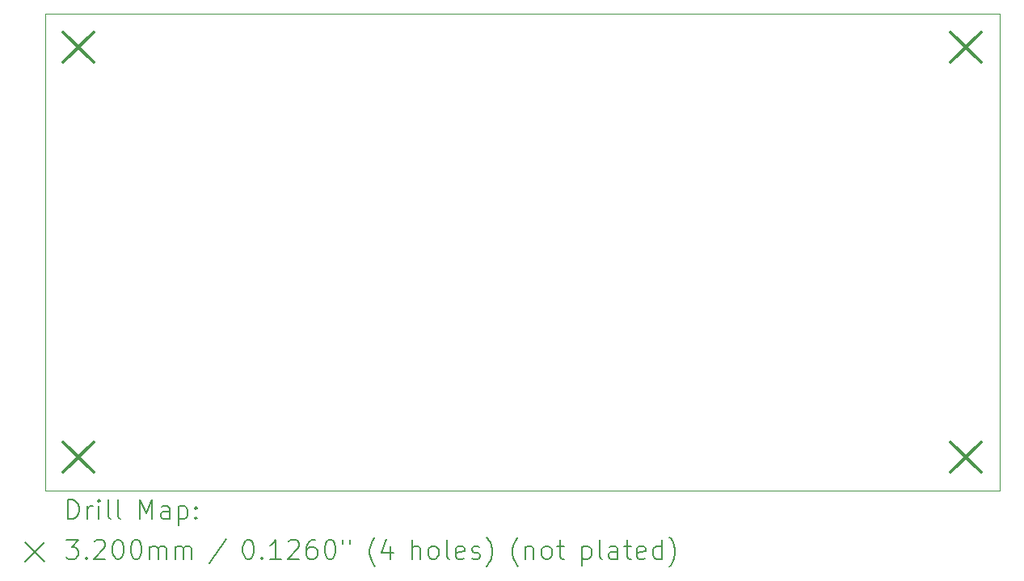
<source format=gbr>
%TF.GenerationSoftware,KiCad,Pcbnew,(7.0.0)*%
%TF.CreationDate,2023-06-04T12:20:11+02:00*%
%TF.ProjectId,DIN4_R5_KS,44494e34-5f52-4355-9f4b-532e6b696361,rev?*%
%TF.SameCoordinates,Original*%
%TF.FileFunction,Drillmap*%
%TF.FilePolarity,Positive*%
%FSLAX45Y45*%
G04 Gerber Fmt 4.5, Leading zero omitted, Abs format (unit mm)*
G04 Created by KiCad (PCBNEW (7.0.0)) date 2023-06-04 12:20:11*
%MOMM*%
%LPD*%
G01*
G04 APERTURE LIST*
%ADD10C,0.100000*%
%ADD11C,0.200000*%
%ADD12C,0.320000*%
G04 APERTURE END LIST*
D10*
X14000000Y-14000000D02*
X4000000Y-14000000D01*
X4000000Y-9000000D01*
X14000000Y-9000000D01*
X14000000Y-14000000D01*
D11*
D12*
X4190000Y-9190000D02*
X4510000Y-9510000D01*
X4510000Y-9190000D02*
X4190000Y-9510000D01*
X4190000Y-13490000D02*
X4510000Y-13810000D01*
X4510000Y-13490000D02*
X4190000Y-13810000D01*
X13490000Y-9190000D02*
X13810000Y-9510000D01*
X13810000Y-9190000D02*
X13490000Y-9510000D01*
X13490000Y-13490000D02*
X13810000Y-13810000D01*
X13810000Y-13490000D02*
X13490000Y-13810000D01*
D11*
X4242619Y-14298476D02*
X4242619Y-14098476D01*
X4242619Y-14098476D02*
X4290238Y-14098476D01*
X4290238Y-14098476D02*
X4318810Y-14108000D01*
X4318810Y-14108000D02*
X4337857Y-14127048D01*
X4337857Y-14127048D02*
X4347381Y-14146095D01*
X4347381Y-14146095D02*
X4356905Y-14184190D01*
X4356905Y-14184190D02*
X4356905Y-14212762D01*
X4356905Y-14212762D02*
X4347381Y-14250857D01*
X4347381Y-14250857D02*
X4337857Y-14269905D01*
X4337857Y-14269905D02*
X4318810Y-14288952D01*
X4318810Y-14288952D02*
X4290238Y-14298476D01*
X4290238Y-14298476D02*
X4242619Y-14298476D01*
X4442619Y-14298476D02*
X4442619Y-14165143D01*
X4442619Y-14203238D02*
X4452143Y-14184190D01*
X4452143Y-14184190D02*
X4461667Y-14174667D01*
X4461667Y-14174667D02*
X4480714Y-14165143D01*
X4480714Y-14165143D02*
X4499762Y-14165143D01*
X4566429Y-14298476D02*
X4566429Y-14165143D01*
X4566429Y-14098476D02*
X4556905Y-14108000D01*
X4556905Y-14108000D02*
X4566429Y-14117524D01*
X4566429Y-14117524D02*
X4575952Y-14108000D01*
X4575952Y-14108000D02*
X4566429Y-14098476D01*
X4566429Y-14098476D02*
X4566429Y-14117524D01*
X4690238Y-14298476D02*
X4671190Y-14288952D01*
X4671190Y-14288952D02*
X4661667Y-14269905D01*
X4661667Y-14269905D02*
X4661667Y-14098476D01*
X4795000Y-14298476D02*
X4775952Y-14288952D01*
X4775952Y-14288952D02*
X4766429Y-14269905D01*
X4766429Y-14269905D02*
X4766429Y-14098476D01*
X4991190Y-14298476D02*
X4991190Y-14098476D01*
X4991190Y-14098476D02*
X5057857Y-14241333D01*
X5057857Y-14241333D02*
X5124524Y-14098476D01*
X5124524Y-14098476D02*
X5124524Y-14298476D01*
X5305476Y-14298476D02*
X5305476Y-14193714D01*
X5305476Y-14193714D02*
X5295952Y-14174667D01*
X5295952Y-14174667D02*
X5276905Y-14165143D01*
X5276905Y-14165143D02*
X5238809Y-14165143D01*
X5238809Y-14165143D02*
X5219762Y-14174667D01*
X5305476Y-14288952D02*
X5286429Y-14298476D01*
X5286429Y-14298476D02*
X5238809Y-14298476D01*
X5238809Y-14298476D02*
X5219762Y-14288952D01*
X5219762Y-14288952D02*
X5210238Y-14269905D01*
X5210238Y-14269905D02*
X5210238Y-14250857D01*
X5210238Y-14250857D02*
X5219762Y-14231809D01*
X5219762Y-14231809D02*
X5238809Y-14222286D01*
X5238809Y-14222286D02*
X5286429Y-14222286D01*
X5286429Y-14222286D02*
X5305476Y-14212762D01*
X5400714Y-14165143D02*
X5400714Y-14365143D01*
X5400714Y-14174667D02*
X5419762Y-14165143D01*
X5419762Y-14165143D02*
X5457857Y-14165143D01*
X5457857Y-14165143D02*
X5476905Y-14174667D01*
X5476905Y-14174667D02*
X5486429Y-14184190D01*
X5486429Y-14184190D02*
X5495952Y-14203238D01*
X5495952Y-14203238D02*
X5495952Y-14260381D01*
X5495952Y-14260381D02*
X5486429Y-14279428D01*
X5486429Y-14279428D02*
X5476905Y-14288952D01*
X5476905Y-14288952D02*
X5457857Y-14298476D01*
X5457857Y-14298476D02*
X5419762Y-14298476D01*
X5419762Y-14298476D02*
X5400714Y-14288952D01*
X5581667Y-14279428D02*
X5591190Y-14288952D01*
X5591190Y-14288952D02*
X5581667Y-14298476D01*
X5581667Y-14298476D02*
X5572143Y-14288952D01*
X5572143Y-14288952D02*
X5581667Y-14279428D01*
X5581667Y-14279428D02*
X5581667Y-14298476D01*
X5581667Y-14174667D02*
X5591190Y-14184190D01*
X5591190Y-14184190D02*
X5581667Y-14193714D01*
X5581667Y-14193714D02*
X5572143Y-14184190D01*
X5572143Y-14184190D02*
X5581667Y-14174667D01*
X5581667Y-14174667D02*
X5581667Y-14193714D01*
X3795000Y-14545000D02*
X3995000Y-14745000D01*
X3995000Y-14545000D02*
X3795000Y-14745000D01*
X4223571Y-14518476D02*
X4347381Y-14518476D01*
X4347381Y-14518476D02*
X4280714Y-14594667D01*
X4280714Y-14594667D02*
X4309286Y-14594667D01*
X4309286Y-14594667D02*
X4328333Y-14604190D01*
X4328333Y-14604190D02*
X4337857Y-14613714D01*
X4337857Y-14613714D02*
X4347381Y-14632762D01*
X4347381Y-14632762D02*
X4347381Y-14680381D01*
X4347381Y-14680381D02*
X4337857Y-14699428D01*
X4337857Y-14699428D02*
X4328333Y-14708952D01*
X4328333Y-14708952D02*
X4309286Y-14718476D01*
X4309286Y-14718476D02*
X4252143Y-14718476D01*
X4252143Y-14718476D02*
X4233095Y-14708952D01*
X4233095Y-14708952D02*
X4223571Y-14699428D01*
X4433095Y-14699428D02*
X4442619Y-14708952D01*
X4442619Y-14708952D02*
X4433095Y-14718476D01*
X4433095Y-14718476D02*
X4423571Y-14708952D01*
X4423571Y-14708952D02*
X4433095Y-14699428D01*
X4433095Y-14699428D02*
X4433095Y-14718476D01*
X4518810Y-14537524D02*
X4528333Y-14528000D01*
X4528333Y-14528000D02*
X4547381Y-14518476D01*
X4547381Y-14518476D02*
X4595000Y-14518476D01*
X4595000Y-14518476D02*
X4614048Y-14528000D01*
X4614048Y-14528000D02*
X4623571Y-14537524D01*
X4623571Y-14537524D02*
X4633095Y-14556571D01*
X4633095Y-14556571D02*
X4633095Y-14575619D01*
X4633095Y-14575619D02*
X4623571Y-14604190D01*
X4623571Y-14604190D02*
X4509286Y-14718476D01*
X4509286Y-14718476D02*
X4633095Y-14718476D01*
X4756905Y-14518476D02*
X4775952Y-14518476D01*
X4775952Y-14518476D02*
X4795000Y-14528000D01*
X4795000Y-14528000D02*
X4804524Y-14537524D01*
X4804524Y-14537524D02*
X4814048Y-14556571D01*
X4814048Y-14556571D02*
X4823571Y-14594667D01*
X4823571Y-14594667D02*
X4823571Y-14642286D01*
X4823571Y-14642286D02*
X4814048Y-14680381D01*
X4814048Y-14680381D02*
X4804524Y-14699428D01*
X4804524Y-14699428D02*
X4795000Y-14708952D01*
X4795000Y-14708952D02*
X4775952Y-14718476D01*
X4775952Y-14718476D02*
X4756905Y-14718476D01*
X4756905Y-14718476D02*
X4737857Y-14708952D01*
X4737857Y-14708952D02*
X4728333Y-14699428D01*
X4728333Y-14699428D02*
X4718810Y-14680381D01*
X4718810Y-14680381D02*
X4709286Y-14642286D01*
X4709286Y-14642286D02*
X4709286Y-14594667D01*
X4709286Y-14594667D02*
X4718810Y-14556571D01*
X4718810Y-14556571D02*
X4728333Y-14537524D01*
X4728333Y-14537524D02*
X4737857Y-14528000D01*
X4737857Y-14528000D02*
X4756905Y-14518476D01*
X4947381Y-14518476D02*
X4966429Y-14518476D01*
X4966429Y-14518476D02*
X4985476Y-14528000D01*
X4985476Y-14528000D02*
X4995000Y-14537524D01*
X4995000Y-14537524D02*
X5004524Y-14556571D01*
X5004524Y-14556571D02*
X5014048Y-14594667D01*
X5014048Y-14594667D02*
X5014048Y-14642286D01*
X5014048Y-14642286D02*
X5004524Y-14680381D01*
X5004524Y-14680381D02*
X4995000Y-14699428D01*
X4995000Y-14699428D02*
X4985476Y-14708952D01*
X4985476Y-14708952D02*
X4966429Y-14718476D01*
X4966429Y-14718476D02*
X4947381Y-14718476D01*
X4947381Y-14718476D02*
X4928333Y-14708952D01*
X4928333Y-14708952D02*
X4918810Y-14699428D01*
X4918810Y-14699428D02*
X4909286Y-14680381D01*
X4909286Y-14680381D02*
X4899762Y-14642286D01*
X4899762Y-14642286D02*
X4899762Y-14594667D01*
X4899762Y-14594667D02*
X4909286Y-14556571D01*
X4909286Y-14556571D02*
X4918810Y-14537524D01*
X4918810Y-14537524D02*
X4928333Y-14528000D01*
X4928333Y-14528000D02*
X4947381Y-14518476D01*
X5099762Y-14718476D02*
X5099762Y-14585143D01*
X5099762Y-14604190D02*
X5109286Y-14594667D01*
X5109286Y-14594667D02*
X5128333Y-14585143D01*
X5128333Y-14585143D02*
X5156905Y-14585143D01*
X5156905Y-14585143D02*
X5175952Y-14594667D01*
X5175952Y-14594667D02*
X5185476Y-14613714D01*
X5185476Y-14613714D02*
X5185476Y-14718476D01*
X5185476Y-14613714D02*
X5195000Y-14594667D01*
X5195000Y-14594667D02*
X5214048Y-14585143D01*
X5214048Y-14585143D02*
X5242619Y-14585143D01*
X5242619Y-14585143D02*
X5261667Y-14594667D01*
X5261667Y-14594667D02*
X5271191Y-14613714D01*
X5271191Y-14613714D02*
X5271191Y-14718476D01*
X5366429Y-14718476D02*
X5366429Y-14585143D01*
X5366429Y-14604190D02*
X5375952Y-14594667D01*
X5375952Y-14594667D02*
X5395000Y-14585143D01*
X5395000Y-14585143D02*
X5423572Y-14585143D01*
X5423572Y-14585143D02*
X5442619Y-14594667D01*
X5442619Y-14594667D02*
X5452143Y-14613714D01*
X5452143Y-14613714D02*
X5452143Y-14718476D01*
X5452143Y-14613714D02*
X5461667Y-14594667D01*
X5461667Y-14594667D02*
X5480714Y-14585143D01*
X5480714Y-14585143D02*
X5509286Y-14585143D01*
X5509286Y-14585143D02*
X5528333Y-14594667D01*
X5528333Y-14594667D02*
X5537857Y-14613714D01*
X5537857Y-14613714D02*
X5537857Y-14718476D01*
X5895952Y-14508952D02*
X5724524Y-14766095D01*
X6120714Y-14518476D02*
X6139762Y-14518476D01*
X6139762Y-14518476D02*
X6158810Y-14528000D01*
X6158810Y-14528000D02*
X6168333Y-14537524D01*
X6168333Y-14537524D02*
X6177857Y-14556571D01*
X6177857Y-14556571D02*
X6187381Y-14594667D01*
X6187381Y-14594667D02*
X6187381Y-14642286D01*
X6187381Y-14642286D02*
X6177857Y-14680381D01*
X6177857Y-14680381D02*
X6168333Y-14699428D01*
X6168333Y-14699428D02*
X6158810Y-14708952D01*
X6158810Y-14708952D02*
X6139762Y-14718476D01*
X6139762Y-14718476D02*
X6120714Y-14718476D01*
X6120714Y-14718476D02*
X6101667Y-14708952D01*
X6101667Y-14708952D02*
X6092143Y-14699428D01*
X6092143Y-14699428D02*
X6082619Y-14680381D01*
X6082619Y-14680381D02*
X6073095Y-14642286D01*
X6073095Y-14642286D02*
X6073095Y-14594667D01*
X6073095Y-14594667D02*
X6082619Y-14556571D01*
X6082619Y-14556571D02*
X6092143Y-14537524D01*
X6092143Y-14537524D02*
X6101667Y-14528000D01*
X6101667Y-14528000D02*
X6120714Y-14518476D01*
X6273095Y-14699428D02*
X6282619Y-14708952D01*
X6282619Y-14708952D02*
X6273095Y-14718476D01*
X6273095Y-14718476D02*
X6263571Y-14708952D01*
X6263571Y-14708952D02*
X6273095Y-14699428D01*
X6273095Y-14699428D02*
X6273095Y-14718476D01*
X6473095Y-14718476D02*
X6358810Y-14718476D01*
X6415952Y-14718476D02*
X6415952Y-14518476D01*
X6415952Y-14518476D02*
X6396905Y-14547048D01*
X6396905Y-14547048D02*
X6377857Y-14566095D01*
X6377857Y-14566095D02*
X6358810Y-14575619D01*
X6549286Y-14537524D02*
X6558810Y-14528000D01*
X6558810Y-14528000D02*
X6577857Y-14518476D01*
X6577857Y-14518476D02*
X6625476Y-14518476D01*
X6625476Y-14518476D02*
X6644524Y-14528000D01*
X6644524Y-14528000D02*
X6654048Y-14537524D01*
X6654048Y-14537524D02*
X6663571Y-14556571D01*
X6663571Y-14556571D02*
X6663571Y-14575619D01*
X6663571Y-14575619D02*
X6654048Y-14604190D01*
X6654048Y-14604190D02*
X6539762Y-14718476D01*
X6539762Y-14718476D02*
X6663571Y-14718476D01*
X6835000Y-14518476D02*
X6796905Y-14518476D01*
X6796905Y-14518476D02*
X6777857Y-14528000D01*
X6777857Y-14528000D02*
X6768333Y-14537524D01*
X6768333Y-14537524D02*
X6749286Y-14566095D01*
X6749286Y-14566095D02*
X6739762Y-14604190D01*
X6739762Y-14604190D02*
X6739762Y-14680381D01*
X6739762Y-14680381D02*
X6749286Y-14699428D01*
X6749286Y-14699428D02*
X6758810Y-14708952D01*
X6758810Y-14708952D02*
X6777857Y-14718476D01*
X6777857Y-14718476D02*
X6815952Y-14718476D01*
X6815952Y-14718476D02*
X6835000Y-14708952D01*
X6835000Y-14708952D02*
X6844524Y-14699428D01*
X6844524Y-14699428D02*
X6854048Y-14680381D01*
X6854048Y-14680381D02*
X6854048Y-14632762D01*
X6854048Y-14632762D02*
X6844524Y-14613714D01*
X6844524Y-14613714D02*
X6835000Y-14604190D01*
X6835000Y-14604190D02*
X6815952Y-14594667D01*
X6815952Y-14594667D02*
X6777857Y-14594667D01*
X6777857Y-14594667D02*
X6758810Y-14604190D01*
X6758810Y-14604190D02*
X6749286Y-14613714D01*
X6749286Y-14613714D02*
X6739762Y-14632762D01*
X6977857Y-14518476D02*
X6996905Y-14518476D01*
X6996905Y-14518476D02*
X7015952Y-14528000D01*
X7015952Y-14528000D02*
X7025476Y-14537524D01*
X7025476Y-14537524D02*
X7035000Y-14556571D01*
X7035000Y-14556571D02*
X7044524Y-14594667D01*
X7044524Y-14594667D02*
X7044524Y-14642286D01*
X7044524Y-14642286D02*
X7035000Y-14680381D01*
X7035000Y-14680381D02*
X7025476Y-14699428D01*
X7025476Y-14699428D02*
X7015952Y-14708952D01*
X7015952Y-14708952D02*
X6996905Y-14718476D01*
X6996905Y-14718476D02*
X6977857Y-14718476D01*
X6977857Y-14718476D02*
X6958810Y-14708952D01*
X6958810Y-14708952D02*
X6949286Y-14699428D01*
X6949286Y-14699428D02*
X6939762Y-14680381D01*
X6939762Y-14680381D02*
X6930238Y-14642286D01*
X6930238Y-14642286D02*
X6930238Y-14594667D01*
X6930238Y-14594667D02*
X6939762Y-14556571D01*
X6939762Y-14556571D02*
X6949286Y-14537524D01*
X6949286Y-14537524D02*
X6958810Y-14528000D01*
X6958810Y-14528000D02*
X6977857Y-14518476D01*
X7120714Y-14518476D02*
X7120714Y-14556571D01*
X7196905Y-14518476D02*
X7196905Y-14556571D01*
X7459762Y-14794667D02*
X7450238Y-14785143D01*
X7450238Y-14785143D02*
X7431191Y-14756571D01*
X7431191Y-14756571D02*
X7421667Y-14737524D01*
X7421667Y-14737524D02*
X7412143Y-14708952D01*
X7412143Y-14708952D02*
X7402619Y-14661333D01*
X7402619Y-14661333D02*
X7402619Y-14623238D01*
X7402619Y-14623238D02*
X7412143Y-14575619D01*
X7412143Y-14575619D02*
X7421667Y-14547048D01*
X7421667Y-14547048D02*
X7431191Y-14528000D01*
X7431191Y-14528000D02*
X7450238Y-14499428D01*
X7450238Y-14499428D02*
X7459762Y-14489905D01*
X7621667Y-14585143D02*
X7621667Y-14718476D01*
X7574048Y-14508952D02*
X7526429Y-14651809D01*
X7526429Y-14651809D02*
X7650238Y-14651809D01*
X7846429Y-14718476D02*
X7846429Y-14518476D01*
X7932143Y-14718476D02*
X7932143Y-14613714D01*
X7932143Y-14613714D02*
X7922619Y-14594667D01*
X7922619Y-14594667D02*
X7903572Y-14585143D01*
X7903572Y-14585143D02*
X7875000Y-14585143D01*
X7875000Y-14585143D02*
X7855952Y-14594667D01*
X7855952Y-14594667D02*
X7846429Y-14604190D01*
X8055952Y-14718476D02*
X8036905Y-14708952D01*
X8036905Y-14708952D02*
X8027381Y-14699428D01*
X8027381Y-14699428D02*
X8017857Y-14680381D01*
X8017857Y-14680381D02*
X8017857Y-14623238D01*
X8017857Y-14623238D02*
X8027381Y-14604190D01*
X8027381Y-14604190D02*
X8036905Y-14594667D01*
X8036905Y-14594667D02*
X8055952Y-14585143D01*
X8055952Y-14585143D02*
X8084524Y-14585143D01*
X8084524Y-14585143D02*
X8103572Y-14594667D01*
X8103572Y-14594667D02*
X8113095Y-14604190D01*
X8113095Y-14604190D02*
X8122619Y-14623238D01*
X8122619Y-14623238D02*
X8122619Y-14680381D01*
X8122619Y-14680381D02*
X8113095Y-14699428D01*
X8113095Y-14699428D02*
X8103572Y-14708952D01*
X8103572Y-14708952D02*
X8084524Y-14718476D01*
X8084524Y-14718476D02*
X8055952Y-14718476D01*
X8236905Y-14718476D02*
X8217857Y-14708952D01*
X8217857Y-14708952D02*
X8208333Y-14689905D01*
X8208333Y-14689905D02*
X8208333Y-14518476D01*
X8389286Y-14708952D02*
X8370238Y-14718476D01*
X8370238Y-14718476D02*
X8332143Y-14718476D01*
X8332143Y-14718476D02*
X8313095Y-14708952D01*
X8313095Y-14708952D02*
X8303572Y-14689905D01*
X8303572Y-14689905D02*
X8303572Y-14613714D01*
X8303572Y-14613714D02*
X8313095Y-14594667D01*
X8313095Y-14594667D02*
X8332143Y-14585143D01*
X8332143Y-14585143D02*
X8370238Y-14585143D01*
X8370238Y-14585143D02*
X8389286Y-14594667D01*
X8389286Y-14594667D02*
X8398810Y-14613714D01*
X8398810Y-14613714D02*
X8398810Y-14632762D01*
X8398810Y-14632762D02*
X8303572Y-14651809D01*
X8475000Y-14708952D02*
X8494048Y-14718476D01*
X8494048Y-14718476D02*
X8532143Y-14718476D01*
X8532143Y-14718476D02*
X8551191Y-14708952D01*
X8551191Y-14708952D02*
X8560715Y-14689905D01*
X8560715Y-14689905D02*
X8560715Y-14680381D01*
X8560715Y-14680381D02*
X8551191Y-14661333D01*
X8551191Y-14661333D02*
X8532143Y-14651809D01*
X8532143Y-14651809D02*
X8503572Y-14651809D01*
X8503572Y-14651809D02*
X8484524Y-14642286D01*
X8484524Y-14642286D02*
X8475000Y-14623238D01*
X8475000Y-14623238D02*
X8475000Y-14613714D01*
X8475000Y-14613714D02*
X8484524Y-14594667D01*
X8484524Y-14594667D02*
X8503572Y-14585143D01*
X8503572Y-14585143D02*
X8532143Y-14585143D01*
X8532143Y-14585143D02*
X8551191Y-14594667D01*
X8627381Y-14794667D02*
X8636905Y-14785143D01*
X8636905Y-14785143D02*
X8655953Y-14756571D01*
X8655953Y-14756571D02*
X8665476Y-14737524D01*
X8665476Y-14737524D02*
X8675000Y-14708952D01*
X8675000Y-14708952D02*
X8684524Y-14661333D01*
X8684524Y-14661333D02*
X8684524Y-14623238D01*
X8684524Y-14623238D02*
X8675000Y-14575619D01*
X8675000Y-14575619D02*
X8665476Y-14547048D01*
X8665476Y-14547048D02*
X8655953Y-14528000D01*
X8655953Y-14528000D02*
X8636905Y-14499428D01*
X8636905Y-14499428D02*
X8627381Y-14489905D01*
X8956905Y-14794667D02*
X8947381Y-14785143D01*
X8947381Y-14785143D02*
X8928334Y-14756571D01*
X8928334Y-14756571D02*
X8918810Y-14737524D01*
X8918810Y-14737524D02*
X8909286Y-14708952D01*
X8909286Y-14708952D02*
X8899762Y-14661333D01*
X8899762Y-14661333D02*
X8899762Y-14623238D01*
X8899762Y-14623238D02*
X8909286Y-14575619D01*
X8909286Y-14575619D02*
X8918810Y-14547048D01*
X8918810Y-14547048D02*
X8928334Y-14528000D01*
X8928334Y-14528000D02*
X8947381Y-14499428D01*
X8947381Y-14499428D02*
X8956905Y-14489905D01*
X9033095Y-14585143D02*
X9033095Y-14718476D01*
X9033095Y-14604190D02*
X9042619Y-14594667D01*
X9042619Y-14594667D02*
X9061667Y-14585143D01*
X9061667Y-14585143D02*
X9090238Y-14585143D01*
X9090238Y-14585143D02*
X9109286Y-14594667D01*
X9109286Y-14594667D02*
X9118810Y-14613714D01*
X9118810Y-14613714D02*
X9118810Y-14718476D01*
X9242619Y-14718476D02*
X9223572Y-14708952D01*
X9223572Y-14708952D02*
X9214048Y-14699428D01*
X9214048Y-14699428D02*
X9204524Y-14680381D01*
X9204524Y-14680381D02*
X9204524Y-14623238D01*
X9204524Y-14623238D02*
X9214048Y-14604190D01*
X9214048Y-14604190D02*
X9223572Y-14594667D01*
X9223572Y-14594667D02*
X9242619Y-14585143D01*
X9242619Y-14585143D02*
X9271191Y-14585143D01*
X9271191Y-14585143D02*
X9290238Y-14594667D01*
X9290238Y-14594667D02*
X9299762Y-14604190D01*
X9299762Y-14604190D02*
X9309286Y-14623238D01*
X9309286Y-14623238D02*
X9309286Y-14680381D01*
X9309286Y-14680381D02*
X9299762Y-14699428D01*
X9299762Y-14699428D02*
X9290238Y-14708952D01*
X9290238Y-14708952D02*
X9271191Y-14718476D01*
X9271191Y-14718476D02*
X9242619Y-14718476D01*
X9366429Y-14585143D02*
X9442619Y-14585143D01*
X9395000Y-14518476D02*
X9395000Y-14689905D01*
X9395000Y-14689905D02*
X9404524Y-14708952D01*
X9404524Y-14708952D02*
X9423572Y-14718476D01*
X9423572Y-14718476D02*
X9442619Y-14718476D01*
X9629286Y-14585143D02*
X9629286Y-14785143D01*
X9629286Y-14594667D02*
X9648334Y-14585143D01*
X9648334Y-14585143D02*
X9686429Y-14585143D01*
X9686429Y-14585143D02*
X9705476Y-14594667D01*
X9705476Y-14594667D02*
X9715000Y-14604190D01*
X9715000Y-14604190D02*
X9724524Y-14623238D01*
X9724524Y-14623238D02*
X9724524Y-14680381D01*
X9724524Y-14680381D02*
X9715000Y-14699428D01*
X9715000Y-14699428D02*
X9705476Y-14708952D01*
X9705476Y-14708952D02*
X9686429Y-14718476D01*
X9686429Y-14718476D02*
X9648334Y-14718476D01*
X9648334Y-14718476D02*
X9629286Y-14708952D01*
X9838810Y-14718476D02*
X9819762Y-14708952D01*
X9819762Y-14708952D02*
X9810238Y-14689905D01*
X9810238Y-14689905D02*
X9810238Y-14518476D01*
X10000715Y-14718476D02*
X10000715Y-14613714D01*
X10000715Y-14613714D02*
X9991191Y-14594667D01*
X9991191Y-14594667D02*
X9972143Y-14585143D01*
X9972143Y-14585143D02*
X9934048Y-14585143D01*
X9934048Y-14585143D02*
X9915000Y-14594667D01*
X10000715Y-14708952D02*
X9981667Y-14718476D01*
X9981667Y-14718476D02*
X9934048Y-14718476D01*
X9934048Y-14718476D02*
X9915000Y-14708952D01*
X9915000Y-14708952D02*
X9905476Y-14689905D01*
X9905476Y-14689905D02*
X9905476Y-14670857D01*
X9905476Y-14670857D02*
X9915000Y-14651809D01*
X9915000Y-14651809D02*
X9934048Y-14642286D01*
X9934048Y-14642286D02*
X9981667Y-14642286D01*
X9981667Y-14642286D02*
X10000715Y-14632762D01*
X10067381Y-14585143D02*
X10143572Y-14585143D01*
X10095953Y-14518476D02*
X10095953Y-14689905D01*
X10095953Y-14689905D02*
X10105476Y-14708952D01*
X10105476Y-14708952D02*
X10124524Y-14718476D01*
X10124524Y-14718476D02*
X10143572Y-14718476D01*
X10286429Y-14708952D02*
X10267381Y-14718476D01*
X10267381Y-14718476D02*
X10229286Y-14718476D01*
X10229286Y-14718476D02*
X10210238Y-14708952D01*
X10210238Y-14708952D02*
X10200715Y-14689905D01*
X10200715Y-14689905D02*
X10200715Y-14613714D01*
X10200715Y-14613714D02*
X10210238Y-14594667D01*
X10210238Y-14594667D02*
X10229286Y-14585143D01*
X10229286Y-14585143D02*
X10267381Y-14585143D01*
X10267381Y-14585143D02*
X10286429Y-14594667D01*
X10286429Y-14594667D02*
X10295953Y-14613714D01*
X10295953Y-14613714D02*
X10295953Y-14632762D01*
X10295953Y-14632762D02*
X10200715Y-14651809D01*
X10467381Y-14718476D02*
X10467381Y-14518476D01*
X10467381Y-14708952D02*
X10448334Y-14718476D01*
X10448334Y-14718476D02*
X10410238Y-14718476D01*
X10410238Y-14718476D02*
X10391191Y-14708952D01*
X10391191Y-14708952D02*
X10381667Y-14699428D01*
X10381667Y-14699428D02*
X10372143Y-14680381D01*
X10372143Y-14680381D02*
X10372143Y-14623238D01*
X10372143Y-14623238D02*
X10381667Y-14604190D01*
X10381667Y-14604190D02*
X10391191Y-14594667D01*
X10391191Y-14594667D02*
X10410238Y-14585143D01*
X10410238Y-14585143D02*
X10448334Y-14585143D01*
X10448334Y-14585143D02*
X10467381Y-14594667D01*
X10543572Y-14794667D02*
X10553096Y-14785143D01*
X10553096Y-14785143D02*
X10572143Y-14756571D01*
X10572143Y-14756571D02*
X10581667Y-14737524D01*
X10581667Y-14737524D02*
X10591191Y-14708952D01*
X10591191Y-14708952D02*
X10600715Y-14661333D01*
X10600715Y-14661333D02*
X10600715Y-14623238D01*
X10600715Y-14623238D02*
X10591191Y-14575619D01*
X10591191Y-14575619D02*
X10581667Y-14547048D01*
X10581667Y-14547048D02*
X10572143Y-14528000D01*
X10572143Y-14528000D02*
X10553096Y-14499428D01*
X10553096Y-14499428D02*
X10543572Y-14489905D01*
M02*

</source>
